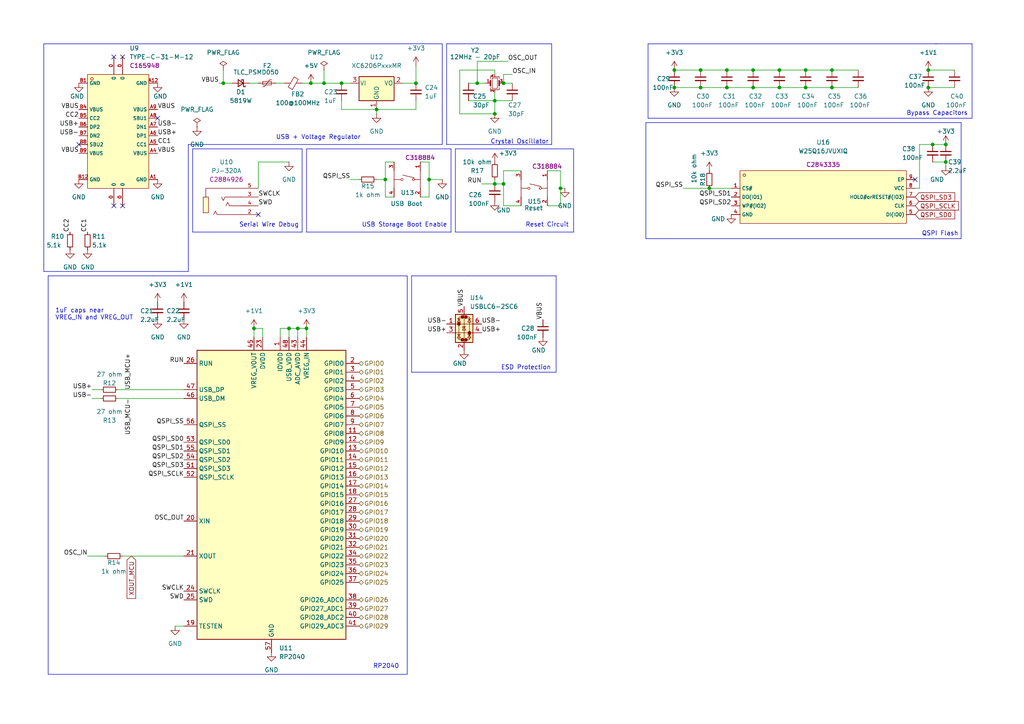
<source format=kicad_sch>
(kicad_sch (version 20231120) (generator "eeschema") (generator_version "8.0")
  (paper "A4")
  (lib_symbols
    (symbol "Device:C_Small" (pin_numbers hide) (pin_names (offset 0.254) hide)
      (property "Reference" "C" (at 0.254 1.778 0))
      (property "Value" "C_Small" (at 0.254 -2.032 0))
      (symbol "C_Small_1_1"
        (pin passive line (at 0 2.54 270) (length 2.032) (name "~") (number "1"))
        (pin passive line (at 0 -2.54 90) (length 2.032) (name "~") (number "2"))
      )
    )
    (symbol "Device:Crystal_GND24_Small" (pin_names (offset 1.016) hide)
      (property "Reference" "Y" (at 1.27 4.445 0))
      (property "Value" "Crystal_GND24_Small" (at 1.27 2.54 0))
      (symbol "Crystal_GND24_Small_1_1"
        (pin passive line (at -2.54 0 0) (length 1.27) (name "1") (number "1"))
        (pin passive line (at 0 -2.54 90) (length 0.635) (name "2") (number "2"))
        (pin passive line (at 2.54 0 180) (length 1.27) (name "3") (number "3"))
        (pin passive line (at 0 2.54 270) (length 0.635) (name "4") (number "4"))
      )
    )
    (symbol "Device:D_Schottky_Small" (pin_numbers hide) (pin_names (offset 0.254) hide)
      (property "Reference" "D" (at -1.27 2.032 0))
      (property "Value" "D_Schottky_Small" (at -7.112 -2.032 0))
      (symbol "D_Schottky_Small_1_1"
        (pin passive line (at -2.54 0 0) (length 1.778) (name "K") (number "1"))
        (pin passive line (at 2.54 0 180) (length 1.778) (name "A") (number "2"))
      )
    )
    (symbol "Device:FerriteBead_Small" (pin_numbers hide) (pin_names (offset 0))
      (property "Reference" "FB" (at 1.905 1.27 0))
      (property "Value" "FerriteBead_Small" (at 1.905 -1.27 0))
      (symbol "FerriteBead_Small_1_1"
        (pin passive line (at 0 2.54 270) (length 1.27) (name "~") (number "1"))
        (pin passive line (at 0 -2.54 90) (length 1.27) (name "~") (number "2"))
      )
    )
    (symbol "Device:Polyfuse_Small" (pin_numbers hide) (pin_names (offset 0))
      (property "Reference" "F" (at -1.905 0 90))
      (property "Value" "Polyfuse_Small" (at 1.905 0 90))
      (symbol "Polyfuse_Small_1_1"
        (pin passive line (at 0 2.54 270) (length 0.635) (name "~") (number "1"))
        (pin passive line (at 0 -2.54 90) (length 0.635) (name "~") (number "2"))
      )
    )
    (symbol "Device:R_Small" (pin_numbers hide) (pin_names (offset 0.254) hide)
      (property "Reference" "R" (at 0.762 0.508 0))
      (property "Value" "R_Small" (at 0.762 -1.016 0))
      (symbol "R_Small_1_1"
        (pin passive line (at 0 2.54 270) (length 0.762) (name "~") (number "1"))
        (pin passive line (at 0 -2.54 90) (length 0.762) (name "~") (number "2"))
      )
    )
    (symbol "MCU_RaspberryPi:RP2040"
      (property "Reference" "U" (at 17.78 45.72 0))
      (property "Value" "RP2040" (at 17.78 43.18 0))
      (symbol "RP2040_1_1"
        (pin power_in line (at 2.54 45.72 270) (length 3.81) (name "IOVDD") (number "1"))
        (pin passive line (at 2.54 45.72 270) (length 3.81) hide (name "IOVDD") (number "10"))
        (pin bidirectional line (at 25.4 17.78 180) (length 3.81) (name "GPIO8") (number "11"))
        (pin bidirectional line (at 25.4 15.24 180) (length 3.81) (name "GPIO9") (number "12"))
        (pin bidirectional line (at 25.4 12.7 180) (length 3.81) (name "GPIO10") (number "13"))
        (pin bidirectional line (at 25.4 10.16 180) (length 3.81) (name "GPIO11") (number "14"))
        (pin bidirectional line (at 25.4 7.62 180) (length 3.81) (name "GPIO12") (number "15"))
        (pin bidirectional line (at 25.4 5.08 180) (length 3.81) (name "GPIO13") (number "16"))
        (pin bidirectional line (at 25.4 2.54 180) (length 3.81) (name "GPIO14") (number "17"))
        (pin bidirectional line (at 25.4 0 180) (length 3.81) (name "GPIO15") (number "18"))
        (pin input line (at -25.4 -38.1 0) (length 3.81) (name "TESTEN") (number "19"))
        (pin bidirectional line (at 25.4 38.1 180) (length 3.81) (name "GPIO0") (number "2"))
        (pin input line (at -25.4 -7.62 0) (length 3.81) (name "XIN") (number "20"))
        (pin passive line (at -25.4 -17.78 0) (length 3.81) (name "XOUT") (number "21"))
        (pin passive line (at 2.54 45.72 270) (length 3.81) hide (name "IOVDD") (number "22"))
        (pin power_in line (at -2.54 45.72 270) (length 3.81) (name "DVDD") (number "23"))
        (pin input line (at -25.4 -27.94 0) (length 3.81) (name "SWCLK") (number "24"))
        (pin bidirectional line (at -25.4 -30.48 0) (length 3.81) (name "SWD") (number "25"))
        (pin input line (at -25.4 38.1 0) (length 3.81) (name "RUN") (number "26"))
        (pin bidirectional line (at 25.4 -2.54 180) (length 3.81) (name "GPIO16") (number "27"))
        (pin bidirectional line (at 25.4 -5.08 180) (length 3.81) (name "GPIO17") (number "28"))
        (pin bidirectional line (at 25.4 -7.62 180) (length 3.81) (name "GPIO18") (number "29"))
        (pin bidirectional line (at 25.4 35.56 180) (length 3.81) (name "GPIO1") (number "3"))
        (pin bidirectional line (at 25.4 -10.16 180) (length 3.81) (name "GPIO19") (number "30"))
        (pin bidirectional line (at 25.4 -12.7 180) (length 3.81) (name "GPIO20") (number "31"))
        (pin bidirectional line (at 25.4 -15.24 180) (length 3.81) (name "GPIO21") (number "32"))
        (pin passive line (at 2.54 45.72 270) (length 3.81) hide (name "IOVDD") (number "33"))
        (pin bidirectional line (at 25.4 -17.78 180) (length 3.81) (name "GPIO22") (number "34"))
        (pin bidirectional line (at 25.4 -20.32 180) (length 3.81) (name "GPIO23") (number "35"))
        (pin bidirectional line (at 25.4 -22.86 180) (length 3.81) (name "GPIO24") (number "36"))
        (pin bidirectional line (at 25.4 -25.4 180) (length 3.81) (name "GPIO25") (number "37"))
        (pin bidirectional line (at 25.4 -30.48 180) (length 3.81) (name "GPIO26_ADC0") (number "38"))
        (pin bidirectional line (at 25.4 -33.02 180) (length 3.81) (name "GPIO27_ADC1") (number "39"))
        (pin bidirectional line (at 25.4 33.02 180) (length 3.81) (name "GPIO2") (number "4"))
        (pin bidirectional line (at 25.4 -35.56 180) (length 3.81) (name "GPIO28_ADC2") (number "40"))
        (pin bidirectional line (at 25.4 -38.1 180) (length 3.81) (name "GPIO29_ADC3") (number "41"))
        (pin passive line (at 2.54 45.72 270) (length 3.81) hide (name "IOVDD") (number "42"))
        (pin power_in line (at 7.62 45.72 270) (length 3.81) (name "ADC_AVDD") (number "43"))
        (pin power_in line (at 10.16 45.72 270) (length 3.81) (name "VREG_IN") (number "44"))
        (pin power_out line (at -5.08 45.72 270) (length 3.81) (name "VREG_VOUT") (number "45"))
        (pin bidirectional line (at -25.4 27.94 0) (length 3.81) (name "USB_DM") (number "46"))
        (pin bidirectional line (at -25.4 30.48 0) (length 3.81) (name "USB_DP") (number "47"))
        (pin power_in line (at 5.08 45.72 270) (length 3.81) (name "USB_VDD") (number "48"))
        (pin passive line (at 2.54 45.72 270) (length 3.81) hide (name "IOVDD") (number "49"))
        (pin bidirectional line (at 25.4 30.48 180) (length 3.81) (name "GPIO3") (number "5"))
        (pin passive line (at -2.54 45.72 270) (length 3.81) hide (name "DVDD") (number "50"))
        (pin bidirectional line (at -25.4 7.62 0) (length 3.81) (name "QSPI_SD3") (number "51"))
        (pin output line (at -25.4 5.08 0) (length 3.81) (name "QSPI_SCLK") (number "52"))
        (pin bidirectional line (at -25.4 15.24 0) (length 3.81) (name "QSPI_SD0") (number "53"))
        (pin bidirectional line (at -25.4 10.16 0) (length 3.81) (name "QSPI_SD2") (number "54"))
        (pin bidirectional line (at -25.4 12.7 0) (length 3.81) (name "QSPI_SD1") (number "55"))
        (pin bidirectional line (at -25.4 20.32 0) (length 3.81) (name "QSPI_SS") (number "56"))
        (pin power_in line (at 0 -45.72 90) (length 3.81) (name "GND") (number "57"))
        (pin bidirectional line (at 25.4 27.94 180) (length 3.81) (name "GPIO4") (number "6"))
        (pin bidirectional line (at 25.4 25.4 180) (length 3.81) (name "GPIO5") (number "7"))
        (pin bidirectional line (at 25.4 22.86 180) (length 3.81) (name "GPIO6") (number "8"))
        (pin bidirectional line (at 25.4 20.32 180) (length 3.81) (name "GPIO7") (number "9"))
      )
    )
    (symbol "Power_Protection:USBLC6-2SC6" (pin_names hide)
      (property "Reference" "U" (at 0.635 5.715 0))
      (property "Value" "USBLC6-2SC6" (at 0.635 3.81 0))
      (symbol "USBLC6-2SC6_1_1"
        (pin passive line (at -5.08 0 0) (length 2.54) (name "I/O1") (number "1"))
        (pin passive line (at 0 -7.62 90) (length 2.54) (name "GND") (number "2"))
        (pin passive line (at -5.08 -2.54 0) (length 2.54) (name "I/O2") (number "3"))
        (pin passive line (at 5.08 -2.54 180) (length 2.54) (name "I/O2") (number "4"))
        (pin passive line (at 0 5.08 270) (length 2.54) (name "VBUS") (number "5"))
        (pin passive line (at 5.08 0 180) (length 2.54) (name "I/O1") (number "6"))
      )
    )
    (symbol "Regulator_Linear:XC6206PxxxMR" (pin_names (offset 0.254))
      (property "Reference" "U" (at -3.81 3.175 0))
      (property "Value" "XC6206PxxxMR" (at 0 3.175 0))
      (symbol "XC6206PxxxMR_1_1"
        (pin power_in line (at 0 -7.62 90) (length 2.54) (name "GND") (number "1"))
        (pin power_out line (at 7.62 0 180) (length 2.54) (name "VO") (number "2"))
        (pin power_in line (at -7.62 0 0) (length 2.54) (name "VI") (number "3"))
      )
    )
    (symbol "power:+1V1" (power) (pin_numbers hide) (pin_names (offset 0) hide)
      (property "Value" "+1V1" (at 0 3.556 0))
      (symbol "+1V1_1_1"
        (pin power_in line (at 0 0 90) (length 0) (name "~") (number "1"))
      )
    )
    (symbol "power:+3.3V" (power) (pin_numbers hide) (pin_names (offset 0) hide)
      (property "Value" "+3.3V" (at 0 3.556 0))
      (symbol "+3.3V_1_1"
        (pin power_in line (at 0 0 90) (length 0) (name "~") (number "1"))
      )
    )
    (symbol "power:+5V" (power) (pin_numbers hide) (pin_names (offset 0) hide)
      (property "Value" "+5V" (at 0 3.556 0))
      (symbol "+5V_1_1"
        (pin power_in line (at 0 0 90) (length 0) (name "~") (number "1"))
      )
    )
    (symbol "power:GND" (power) (pin_numbers hide) (pin_names (offset 0) hide)
      (property "Value" "GND" (at 0 -3.81 0))
      (symbol "GND_1_1"
        (pin power_in line (at 0 0 270) (length 0) (name "~") (number "1"))
      )
    )
    (symbol "power:PWR_FLAG" (power) (pin_numbers hide) (pin_names (offset 0) hide)
      (property "Value" "PWR_FLAG" (at 0 3.81 0))
      (symbol "PWR_FLAG_0_0"
        (pin power_out line (at 0 0 90) (length 0) (name "~") (number "1"))
      )
    )
    (symbol "simple-usb-c:TYPE-C-31-M-12"
      (property "Reference" "U" (at 0 1.27 0))
      (property "Value" "TYPE-C-31-M-12" (at 0 -2.54 0))
      (property "LCSC" "C165948" (at 0 0 0))
      (symbol "TYPE-C-31-M-12_0_0"
        (pin unspecified line (at 0 -35.56 90) (length 5.08) (name "0") (number "0"))
        (pin unspecified line (at 0 7.62 270) (length 5.08) (name "0") (number "0"))
        (pin unspecified line (at 2.54 -35.56 90) (length 5.08) (name "0") (number "0"))
        (pin unspecified line (at 2.54 7.62 270) (length 5.08) (name "0") (number "0"))
        (pin unspecified line (at 12.7 -17.78 180) (length 2.54) (name "CC1") (number "A5"))
        (pin unspecified line (at 12.7 -15.24 180) (length 2.54) (name "DP1") (number "A6"))
        (pin unspecified line (at 12.7 -12.7 180) (length 2.54) (name "DN1") (number "A7"))
        (pin unspecified line (at 12.7 -10.16 180) (length 2.54) (name "SBU1") (number "A8"))
        (pin unspecified line (at -10.16 -10.16 0) (length 2.54) (name "CC2") (number "B5"))
        (pin unspecified line (at -10.16 -12.7 0) (length 2.54) (name "DP2") (number "B6"))
        (pin unspecified line (at -10.16 -15.24 0) (length 2.54) (name "DN2") (number "B7"))
        (pin unspecified line (at -10.16 -17.78 0) (length 2.54) (name "SBU2") (number "B8"))
      )
      (symbol "TYPE-C-31-M-12_1_0"
        (pin power_in line (at 12.7 -27.94 180) (length 2.54) (name "GND") (number "A1"))
        (pin power_in line (at 12.7 0 180) (length 2.54) (name "GND") (number "A12"))
        (pin power_in line (at 12.7 -20.32 180) (length 2.54) (name "VBUS") (number "A4"))
        (pin power_in line (at 12.7 -7.62 180) (length 2.54) (name "VBUS") (number "A9"))
        (pin power_in line (at -10.16 0 0) (length 2.54) (name "GND") (number "B1"))
        (pin power_in line (at -10.16 -27.94 0) (length 2.54) (name "GND") (number "B12"))
        (pin power_in line (at -10.16 -7.62 0) (length 2.54) (name "VBUS") (number "B4"))
        (pin power_in line (at -10.16 -20.32 0) (length 2.54) (name "VBUS") (number "B9"))
      )
    )
    (symbol "tactile-switch:TS-1187A-B-A-B" (pin_names hide)
      (property "Reference" "U" (at 0 1.27 0))
      (property "Value" "TS-1187A-B-A-B" (at 0 -2.54 0))
      (property "LCSC" "C318884" (at 0 0 0))
      (symbol "TS-1187A-B-A-B_0_0"
        (pin unspecified line (at -5.08 -10.16 0) (length 2.54) (name "A") (number "1"))
        (pin unspecified line (at 5.08 -10.16 180) (length 2.54) (name "B") (number "2"))
        (pin unspecified line (at -5.08 -17.78 0) (length 2.54) (name "C") (number "3"))
        (pin unspecified line (at 5.08 -17.78 180) (length 2.54) (name "D") (number "4"))
      )
    )
    (symbol "trrs-connector-pj320a:PJ-320A" (pin_names hide)
      (property "Reference" "U" (at 0 1.27 0))
      (property "Value" "PJ-320A" (at 0 -2.54 0))
      (property "LCSC" "C2884926" (at 0 0 0))
      (symbol "PJ-320A_0_0"
        (pin unspecified line (at 2.54 -17.78 180) (length 5.08) (name "2") (number "2"))
        (pin unspecified line (at 2.54 -12.7 180) (length 5.08) (name "3") (number "3"))
        (pin unspecified line (at 2.54 -15.24 180) (length 5.08) (name "4") (number "4"))
        (pin unspecified line (at 2.54 -10.16 180) (length 5.08) (name "5") (number "5"))
      )
    )
    (symbol "w25q16jvuxiq:W25Q16JVUXIQ"
      (property "Reference" "U" (at 0 1.27 0))
      (property "Value" "W25Q16JVUXIQ" (at 0 -2.54 0))
      (property "LCSC Part #" "C2843335" (at 0 0 0))
      (symbol "W25Q16JVUXIQ_0_0"
        (pin unspecified line (at -26.67 -8.89 0) (length 2.54) (name "CS#") (number "1"))
        (pin unspecified line (at -26.67 -11.43 0) (length 2.54) (name "DO(IO1)") (number "2"))
        (pin unspecified line (at -26.67 -13.97 0) (length 2.54) (name "WP#(IO2)") (number "3"))
        (pin unspecified line (at -26.67 -16.51 0) (length 2.54) (name "GND") (number "4"))
        (pin unspecified line (at 26.67 -16.51 180) (length 2.54) (name "DI(IO0)") (number "5"))
        (pin unspecified line (at 26.67 -13.97 180) (length 2.54) (name "CLK") (number "6"))
        (pin unspecified line (at 26.67 -11.43 180) (length 2.54) (name "HOLD#orRESET#(IO3)") (number "7"))
        (pin unspecified line (at 26.67 -8.89 180) (length 2.54) (name "VCC") (number "8"))
        (pin unspecified line (at 26.67 -6.35 180) (length 2.54) (name "EP") (number "9"))
      )
    )
  )
  (junction (at 210.82 20.32))
  (junction (at 93.98 24.13))
  (junction (at 146.05 53.34))
  (junction (at 203.2 20.32))
  (junction (at 195.58 20.32))
  (junction (at 143.51 29.21))
  (junction (at 64.77 24.13))
  (junction (at 109.22 31.75))
  (junction (at 90.17 24.13))
  (junction (at 120.65 24.13))
  (junction (at 143.51 33.02))
  (junction (at 226.06 25.4))
  (junction (at 143.51 53.34))
  (junction (at 73.66 95.25))
  (junction (at 233.68 20.32))
  (junction (at 162.56 54.61))
  (junction (at 88.9 95.25))
  (junction (at 218.44 25.4))
  (junction (at 83.82 95.25))
  (junction (at 241.3 20.32))
  (junction (at 226.06 20.32))
  (junction (at 99.06 24.13))
  (junction (at 111.76 52.07))
  (junction (at 269.24 25.4))
  (junction (at 138.43 24.13))
  (junction (at 205.74 54.61))
  (junction (at 233.68 25.4))
  (junction (at 241.3 25.4))
  (junction (at 269.24 20.32))
  (junction (at 195.58 25.4))
  (junction (at 146.05 24.13))
  (junction (at 274.32 46.99))
  (junction (at 218.44 20.32))
  (junction (at 124.46 52.07))
  (junction (at 210.82 25.4))
  (junction (at 86.36 95.25))
  (junction (at 274.32 41.91))
  (junction (at 203.2 25.4))
  (junction (at 270.51 41.91))
  (no_connect (at 74.93 62.23))
  (no_connect (at 22.86 41.91))
  (no_connect (at 35.56 16.51))
  (no_connect (at 265.43 52.07))
  (no_connect (at 33.02 59.69))
  (no_connect (at 33.02 16.51))
  (no_connect (at 45.72 34.29))
  (no_connect (at 35.56 59.69))
  (wire (pts (xy 111.76 52.07) (xy 111.76 57.15)))
  (wire (pts (xy 133.35 33.02) (xy 143.51 33.02)))
  (polyline (pts (xy 187.325 69.215) (xy 187.325 35.56)))
  (polyline (pts (xy 129.54 12.7) (xy 129.54 41.91)))
  (wire (pts (xy 133.35 20.32) (xy 133.35 33.02)))
  (wire (pts (xy 34.29 113.03) (xy 53.34 113.03)))
  (wire (pts (xy 138.43 17.78) (xy 147.32 17.78)))
  (wire (pts (xy 143.51 20.32) (xy 143.51 21.59)))
  (wire (pts (xy 146.05 24.13) (xy 148.59 24.13)))
  (wire (pts (xy 124.46 57.15) (xy 124.46 52.07)))
  (wire (pts (xy 26.67 115.57) (xy 29.21 115.57)))
  (wire (pts (xy 124.46 52.07) (xy 128.27 52.07)))
  (wire (pts (xy 109.22 31.75) (xy 120.65 31.75)))
  (wire (pts (xy 111.76 46.99) (xy 114.3 46.99)))
  (wire (pts (xy 143.51 29.21) (xy 148.59 29.21)))
  (wire (pts (xy 25.4 161.29) (xy 30.48 161.29)))
  (polyline (pts (xy 54.61 78.74) (xy 12.7 78.74)))
  (wire (pts (xy 270.51 46.99) (xy 274.32 46.99)))
  (polyline (pts (xy 161.29 107.95) (xy 119.38 107.95)))
  (polyline (pts (xy 130.81 67.31) (xy 88.9 67.31)))
  (wire (pts (xy 116.84 24.13) (xy 120.65 24.13)))
  (wire (pts (xy 74.93 46.99) (xy 74.93 54.61)))
  (wire (pts (xy 146.05 49.53) (xy 151.13 49.53)))
  (wire (pts (xy 86.36 95.25) (xy 88.9 95.25)))
  (polyline (pts (xy 195.58 12.7) (xy 271.78 12.7)))
  (polyline (pts (xy 132.08 43.18) (xy 166.37 43.18)))
  (wire (pts (xy 135.89 29.21) (xy 143.51 29.21)))
  (wire (pts (xy 80.01 24.13) (xy 82.55 24.13)))
  (polyline (pts (xy 87.63 67.31) (xy 55.88 67.31)))
  (polyline (pts (xy 87.63 43.18) (xy 87.63 67.31)))
  (wire (pts (xy 109.22 52.07) (xy 111.76 52.07)))
  (polyline (pts (xy 271.145 12.7) (xy 281.94 12.7)))
  (polyline (pts (xy 44.45 80.01) (xy 118.11 80.01)))
  (wire (pts (xy 233.68 25.4) (xy 241.3 25.4)))
  (wire (pts (xy 81.28 97.79) (xy 81.28 95.25)))
  (polyline (pts (xy 166.37 43.18) (xy 166.37 67.31)))
  (polyline (pts (xy 281.94 34.29) (xy 271.78 34.29)))
  (wire (pts (xy 241.3 25.4) (xy 248.92 25.4)))
  (wire (pts (xy 86.36 95.25) (xy 86.36 97.79)))
  (wire (pts (xy 218.44 25.4) (xy 226.06 25.4)))
  (wire (pts (xy 148.59 21.59) (xy 146.05 21.59)))
  (wire (pts (xy 143.51 52.07) (xy 143.51 53.34)))
  (polyline (pts (xy 187.96 12.7) (xy 195.58 12.7)))
  (polyline (pts (xy 160.02 41.91) (xy 129.54 41.91)))
  (wire (pts (xy 87.63 24.13) (xy 90.17 24.13)))
  (wire (pts (xy 120.65 29.21) (xy 120.65 31.75)))
  (wire (pts (xy 226.06 25.4) (xy 233.68 25.4)))
  (wire (pts (xy 233.68 20.32) (xy 241.3 20.32)))
  (wire (pts (xy 26.67 113.03) (xy 29.21 113.03)))
  (wire (pts (xy 146.05 59.69) (xy 151.13 59.69)))
  (wire (pts (xy 120.65 19.05) (xy 120.65 24.13)))
  (wire (pts (xy 72.39 24.13) (xy 74.93 24.13)))
  (polyline (pts (xy 198.755 35.56) (xy 278.765 35.56)))
  (polyline (pts (xy 271.78 34.29) (xy 187.96 34.29)))
  (wire (pts (xy 146.05 21.59) (xy 146.05 24.13)))
  (wire (pts (xy 198.12 54.61) (xy 205.74 54.61)))
  (polyline (pts (xy 119.38 80.01) (xy 135.89 80.01)))
  (wire (pts (xy 158.75 49.53) (xy 162.56 49.53)))
  (polyline (pts (xy 128.27 12.7) (xy 128.27 41.91)))
  (wire (pts (xy 83.82 46.99) (xy 74.93 46.99)))
  (wire (pts (xy 121.92 46.99) (xy 124.46 46.99)))
  (polyline (pts (xy 160.02 12.7) (xy 160.02 41.91)))
  (wire (pts (xy 83.82 95.25) (xy 83.82 97.79)))
  (wire (pts (xy 195.58 20.32) (xy 203.2 20.32)))
  (wire (pts (xy 135.89 24.13) (xy 138.43 24.13)))
  (polyline (pts (xy 135.89 80.01) (xy 161.29 80.01)))
  (wire (pts (xy 93.98 24.13) (xy 99.06 24.13)))
  (wire (pts (xy 266.7 54.61) (xy 266.7 41.91)))
  (wire (pts (xy 210.82 25.4) (xy 218.44 25.4)))
  (polyline (pts (xy 88.9 43.18) (xy 130.81 43.18)))
  (wire (pts (xy 63.5 24.13) (xy 64.77 24.13)))
  (wire (pts (xy 93.98 20.32) (xy 93.98 24.13)))
  (polyline (pts (xy 187.325 35.56) (xy 198.755 35.56)))
  (wire (pts (xy 99.06 29.21) (xy 99.06 31.75)))
  (wire (pts (xy 90.17 24.13) (xy 93.98 24.13)))
  (wire (pts (xy 124.46 46.99) (xy 124.46 52.07)))
  (polyline (pts (xy 88.9 43.18) (xy 88.9 67.31)))
  (wire (pts (xy 162.56 54.61) (xy 162.56 59.69)))
  (polyline (pts (xy 13.97 195.58) (xy 13.97 80.01)))
  (wire (pts (xy 143.51 20.32) (xy 133.35 20.32)))
  (wire (pts (xy 101.6 52.07) (xy 104.14 52.07)))
  (wire (pts (xy 265.43 54.61) (xy 266.7 54.61)))
  (wire (pts (xy 139.7 53.34) (xy 143.51 53.34)))
  (wire (pts (xy 99.06 24.13) (xy 101.6 24.13)))
  (wire (pts (xy 99.06 31.75) (xy 109.22 31.75)))
  (wire (pts (xy 203.2 20.32) (xy 210.82 20.32)))
  (wire (pts (xy 146.05 53.34) (xy 146.05 49.53)))
  (wire (pts (xy 269.24 25.4) (xy 276.86 25.4)))
  (wire (pts (xy 88.9 95.25) (xy 88.9 97.79)))
  (polyline (pts (xy 55.88 43.18) (xy 87.63 43.18)))
  (polyline (pts (xy 187.96 34.29) (xy 187.96 12.7)))
  (wire (pts (xy 81.28 95.25) (xy 83.82 95.25)))
  (polyline (pts (xy 278.765 69.215) (xy 187.325 69.215)))
  (polyline (pts (xy 118.11 80.01) (xy 118.11 195.58)))
  (wire (pts (xy 138.43 24.13) (xy 140.97 24.13)))
  (polyline (pts (xy 13.97 80.01) (xy 44.45 80.01)))
  (wire (pts (xy 162.56 49.53) (xy 162.56 54.61)))
  (polyline (pts (xy 281.94 12.7) (xy 281.94 34.29)))
  (polyline (pts (xy 278.765 35.56) (xy 278.765 69.215)))
  (wire (pts (xy 274.32 46.99) (xy 274.32 48.26)))
  (wire (pts (xy 50.8 181.61) (xy 53.34 181.61)))
  (wire (pts (xy 241.3 20.32) (xy 248.92 20.32)))
  (wire (pts (xy 195.58 25.4) (xy 203.2 25.4)))
  (polyline (pts (xy 166.37 67.31) (xy 132.08 67.31)))
  (wire (pts (xy 210.82 20.32) (xy 218.44 20.32)))
  (wire (pts (xy 143.51 53.34) (xy 146.05 53.34)))
  (wire (pts (xy 218.44 20.32) (xy 226.06 20.32)))
  (wire (pts (xy 111.76 52.07) (xy 111.76 46.99)))
  (wire (pts (xy 143.51 26.67) (xy 143.51 29.21)))
  (wire (pts (xy 266.7 41.91) (xy 270.51 41.91)))
  (polyline (pts (xy 132.08 43.18) (xy 132.08 67.31)))
  (wire (pts (xy 73.66 95.25) (xy 76.2 95.25)))
  (wire (pts (xy 203.2 25.4) (xy 210.82 25.4)))
  (wire (pts (xy 269.24 20.32) (xy 276.86 20.32)))
  (wire (pts (xy 158.75 59.69) (xy 162.56 59.69)))
  (polyline (pts (xy 55.88 43.18) (xy 55.88 67.31)))
  (wire (pts (xy 138.43 17.78) (xy 138.43 24.13)))
  (wire (pts (xy 64.77 20.32) (xy 64.77 24.13)))
  (wire (pts (xy 83.82 95.25) (xy 86.36 95.25)))
  (polyline (pts (xy 161.29 80.01) (xy 161.29 107.95)))
  (wire (pts (xy 76.2 97.79) (xy 76.2 95.25)))
  (wire (pts (xy 109.22 31.75) (xy 109.22 33.02)))
  (polyline (pts (xy 12.7 12.7) (xy 128.27 12.7)))
  (wire (pts (xy 121.92 57.15) (xy 124.46 57.15)))
  (wire (pts (xy 226.06 20.32) (xy 233.68 20.32)))
  (polyline (pts (xy 12.7 12.7) (xy 12.7 78.74)))
  (polyline (pts (xy 119.38 107.95) (xy 119.38 80.01)))
  (wire (pts (xy 111.76 57.15) (xy 114.3 57.15)))
  (wire (pts (xy 143.51 29.21) (xy 143.51 33.02)))
  (wire (pts (xy 162.56 54.61) (xy 163.83 54.61)))
  (wire (pts (xy 146.05 53.34) (xy 146.05 59.69)))
  (polyline (pts (xy 118.11 195.58) (xy 13.97 195.58)))
  (polyline (pts (xy 129.54 12.7) (xy 160.02 12.7)))
  (wire (pts (xy 34.29 115.57) (xy 53.34 115.57)))
  (polyline (pts (xy 54.61 41.91) (xy 54.61 78.74)))
  (wire (pts (xy 270.51 41.91) (xy 274.32 41.91)))
  (polyline (pts (xy 128.27 41.91) (xy 54.61 41.91)))
  (wire (pts (xy 35.56 161.29) (xy 53.34 161.29)))
  (wire (pts (xy 205.74 54.61) (xy 212.09 54.61)))
  (wire (pts (xy 64.77 24.13) (xy 67.31 24.13)))
  (wire (pts (xy 73.66 95.25) (xy 73.66 97.79)))
  (polyline (pts (xy 130.81 43.18) (xy 130.81 67.31)))
  (text "Bypass Capacitors" (at 262.89 33.655 0) (effects (font (size 1.27 1.27)) (justify left bottom)))
  (text "ESD Protection" (at 145.288 107.442 0) (effects (font (size 1.27 1.27)) (justify left bottom)))
  (text "Serial Wire Debug" (at 69.342 66.04 0) (effects (font (size 1.27 1.27)) (justify left bottom)))
  (text "Crystal Oscillator" (at 142.24 41.91 0) (effects (font (size 1.27 1.27)) (justify left bottom)))
  (text "RP2040" (at 108.204 194.056 0) (effects (font (size 1.27 1.27)) (justify left bottom)))
  (text "1uF caps near\nVREG_IN and VREG_OUT" (at 16.002 92.964 0) (effects (font (size 1.27 1.27)) (justify left bottom)))
  (text "USB + Voltage Regulator" (at 80.01 40.64 0) (effects (font (size 1.27 1.27)) (justify left bottom)))
  (text "Reset Circuit" (at 152.4 66.04 0) (effects (font (size 1.27 1.27)) (justify left bottom)))
  (text "USB Storage Boot Enable" (at 104.902 66.04 0) (effects (font (size 1.27 1.27)) (justify left bottom)))
  (text "QSPI Flash" (at 267.335 68.58 0) (effects (font (size 1.27 1.27)) (justify left bottom)))
  (label "QSPI_SS" (at 101.6 52.07 180))
  (label "QSPI_SD1" (at 53.34 130.81 180))
  (label "QSPI_SD1" (at 212.09 57.15 180))
  (label "OSC_IN" (at 25.4 161.29 180))
  (label "USB-" (at 129.54 93.98 180))
  (label "USB+" (at 139.7 96.52 0))
  (label "QSPI_SD2" (at 53.34 133.35 180))
  (label "OSC_OUT" (at 147.32 17.78 0))
  (label "SWD" (at 53.34 173.99 180))
  (label "SWD" (at 74.93 59.69 0))
  (label "VBUS" (at 22.86 44.45 180))
  (label "USB-" (at 45.72 36.83 0))
  (label "RUN" (at 53.34 105.41 180))
  (label "USB+" (at 26.67 113.03 180))
  (label "VBUS" (at 157.48 92.71 90))
  (label "USB_MCU+" (at 38.1 113.03 90))
  (label "SWCLK" (at 53.34 171.45 180))
  (label "SWCLK" (at 74.93 57.15 0))
  (label "USB_MCU-" (at 38.1 115.57 270))
  (label "QSPI_SD0" (at 53.34 128.27 180))
  (label "VBUS" (at 45.72 44.45 0))
  (label "CC2" (at 20.32 67.31 90))
  (label "QSPI_SD3" (at 53.34 135.89 180))
  (label "USB+" (at 45.72 39.37 0))
  (label "USB-" (at 139.7 93.98 0))
  (label "CC2" (at 22.86 34.29 180))
  (label "RUN" (at 139.7 53.34 180))
  (label "OSC_IN" (at 148.59 21.59 0))
  (label "VBUS" (at 134.62 88.9 90))
  (label "USB-" (at 22.86 39.37 180))
  (label "QSPI_SS" (at 198.12 54.61 180))
  (label "QSPI_SD2" (at 212.09 59.69 180))
  (label "USB+" (at 129.54 96.52 180))
  (label "OSC_OUT" (at 53.34 151.13 180))
  (label "VBUS" (at 45.72 31.75 0))
  (label "VBUS" (at 22.86 31.75 180))
  (label "QSPI_SS" (at 53.34 123.19 180))
  (label "VBUS" (at 63.5 24.13 180))
  (label "CC1" (at 25.4 67.31 90))
  (label "USB+" (at 22.86 36.83 180))
  (label "CC1" (at 45.72 41.91 0))
  (label "USB-" (at 26.67 115.57 180))
  (label "QSPI_SCLK" (at 53.34 138.43 180))
  (global_label "QSPI_SD3" (shape input) (at 265.43 57.15 0) (property "Intersheetrefs" "${INTERSHEET_REFS}" (effects (hide yes))))
  (global_label "QSPI_SCLK" (shape input) (at 265.43 59.69 0) (property "Intersheetrefs" "${INTERSHEET_REFS}" (effects (hide yes))))
  (global_label "QSPI_SD0" (shape input) (at 265.43 62.23 0) (property "Intersheetrefs" "${INTERSHEET_REFS}" (effects (hide yes))))
  (global_label "XOUT_MCU" (shape input) (at 38.1 161.29 270) (property "Intersheetrefs" "${INTERSHEET_REFS}" (effects (hide yes))))
  (hierarchical_label "GPIO28" (shape bidirectional) (at 104.14 179.07 0))
  (hierarchical_label "GPIO1" (shape bidirectional) (at 104.14 107.95 0))
  (hierarchical_label "GPIO23" (shape bidirectional) (at 104.14 163.83 0))
  (hierarchical_label "GPIO3" (shape bidirectional) (at 104.14 113.03 0))
  (hierarchical_label "GPIO25" (shape bidirectional) (at 104.14 168.91 0))
  (hierarchical_label "GPIO21" (shape bidirectional) (at 104.14 158.75 0))
  (hierarchical_label "GPIO6" (shape bidirectional) (at 104.14 120.65 0))
  (hierarchical_label "GPIO13" (shape bidirectional) (at 104.14 138.43 0))
  (hierarchical_label "GPIO24" (shape bidirectional) (at 104.14 166.37 0))
  (hierarchical_label "GPIO18" (shape bidirectional) (at 104.14 151.13 0))
  (hierarchical_label "GPIO2" (shape bidirectional) (at 104.14 110.49 0))
  (hierarchical_label "GPIO17" (shape bidirectional) (at 104.14 148.59 0))
  (hierarchical_label "GPIO0" (shape bidirectional) (at 104.14 105.41 0))
  (hierarchical_label "GPIO16" (shape bidirectional) (at 104.14 146.05 0))
  (hierarchical_label "GPIO27" (shape bidirectional) (at 104.14 176.53 0))
  (hierarchical_label "GPIO11" (shape bidirectional) (at 104.14 133.35 0))
  (hierarchical_label "GPIO8" (shape bidirectional) (at 104.14 125.73 0))
  (hierarchical_label "GPIO5" (shape bidirectional) (at 104.14 118.11 0))
  (hierarchical_label "GPIO9" (shape bidirectional) (at 104.14 128.27 0))
  (hierarchical_label "GPIO22" (shape bidirectional) (at 104.14 161.29 0))
  (hierarchical_label "GPIO4" (shape bidirectional) (at 104.14 115.57 0))
  (hierarchical_label "GPIO7" (shape bidirectional) (at 104.14 123.19 0))
  (hierarchical_label "GPIO29" (shape bidirectional) (at 104.14 181.61 0))
  (hierarchical_label "GPIO14" (shape bidirectional) (at 104.14 140.97 0))
  (hierarchical_label "GPIO26" (shape bidirectional) (at 104.14 173.99 0))
  (hierarchical_label "GPIO10" (shape bidirectional) (at 104.14 130.81 0))
  (hierarchical_label "GPIO12" (shape bidirectional) (at 104.14 135.89 0))
  (hierarchical_label "GPIO20" (shape bidirectional) (at 104.14 156.21 0))
  (hierarchical_label "GPIO19" (shape bidirectional) (at 104.14 153.67 0))
  (hierarchical_label "GPIO15" (shape bidirectional) (at 104.14 143.51 0))
  (symbol (lib_id "Regulator_Linear:XC6206PxxxMR") (at 109.22 24.13 0) (unit 1)
    (property "Reference" "U12" (at 109.22 16.51 0))
    (property "Value" "XC6206PxxxMR" (at 109.22 19.05 0))
    (property "Footprint" "Package_TO_SOT_SMD:SOT-23-3" (effects (hide yes)))
    (property "Datasheet" "https://www.torexsemi.com/file/xc6206/XC6206.pdf" (effects (hide yes)))
    (property "Description" "Positive 60-250mA Low Dropout Regulator, Fixed Output, SOT-23" (effects (hide yes)))
    (property "LCSC" "C5446" (effects (hide yes)))
  )
  (symbol (lib_id "Device:C_Small") (at 195.58 22.86 0) (unit 1)
    (property "Reference" "C29" (at 190.5 22.86 0) (effects (justify left)))
    (property "Value" "100nF" (at 189.23 25.4 0) (effects (justify left)))
    (property "Footprint" "Capacitor_SMD:C_0402_1005Metric" (effects (hide yes)))
    (property "LCSC" "C307331" (effects (hide yes)))
  )
  (symbol (lib_id "power:+3.3V") (at 120.65 19.05 0) (unit 1)
    (property "Reference" "#PWR052" (effects (hide yes)))
    (property "Value" "+3V3" (at 120.65 13.97 0))
    (property "Description" "Power symbol creates a global label with name \"+3.3V\"" (effects (hide yes)))
  )
  (symbol (lib_id "Device:D_Schottky_Small") (at 69.85 24.13 180) (unit 1)
    (property "Reference" "D1" (at 69.85 26.67 0))
    (property "Value" "5819W" (at 69.85 29.21 0))
    (property "Footprint" "Diode_SMD:D_SOD-123" (effects (hide yes)))
    (property "LCSC" "C8598" (effects (hide yes)))
  )
  (symbol (lib_id "Device:Polyfuse_Small") (at 77.47 24.13 90) (unit 1)
    (property "Reference" "F2" (at 77.47 19.05 90))
    (property "Value" "TLC_PSMD050" (at 74.295 20.955 90))
    (property "Footprint" "Fuse:Fuse_0805_2012Metric" (effects (hide yes)))
    (property "LCSC" "C261942" (effects (hide yes)))
  )
  (symbol (lib_id "power:GND") (at 45.72 52.07 0) (unit 1)
    (property "Reference" "#PWR040" (effects (hide yes)))
    (property "Value" "GND" (at 45.72 57.15 0))
    (property "Description" "Power symbol creates a global label with name \"GND\" , ground" (effects (hide yes)))
  )
  (symbol (lib_id "Device:C_Small") (at 274.32 44.45 0) (unit 1)
    (property "Reference" "C39" (at 274.955 46.99 0) (effects (justify left)))
    (property "Value" "2.2uF" (at 274.955 49.53 0) (effects (justify left)))
    (property "Footprint" "Capacitor_SMD:C_0603_1608Metric" (effects (hide yes)))
    (property "LCSC" "C23630" (effects (hide yes)))
  )
  (symbol (lib_id "Device:R_Small") (at 31.75 113.03 270) (unit 1)
    (property "Reference" "R12" (at 31.75 111.125 90))
    (property "Value" "27 ohm" (at 31.75 108.585 90))
    (property "Footprint" "Resistor_SMD:R_0603_1608Metric" (effects (hide yes)))
    (property "LCSC" "C25190" (effects (hide yes)))
  )
  (symbol (lib_id "Device:C_Small") (at 226.06 22.86 0) (unit 1)
    (property "Reference" "C33" (at 224.79 27.94 0) (effects (justify left)))
    (property "Value" "100nF" (at 223.52 30.48 0) (effects (justify left)))
    (property "Footprint" "Capacitor_SMD:C_0402_1005Metric" (effects (hide yes)))
    (property "LCSC" "C307331" (effects (hide yes)))
  )
  (symbol (lib_id "power:+3.3V") (at 274.32 41.91 0) (unit 1)
    (property "Reference" "#PWR067" (effects (hide yes)))
    (property "Value" "+3V3" (at 274.32 38.1 0))
    (property "Description" "Power symbol creates a global label with name \"+3.3V\"" (effects (hide yes)))
  )
  (symbol (lib_id "Device:FerriteBead_Small") (at 85.09 24.13 90) (unit 1)
    (property "Reference" "FB2" (at 86.36 27.305 90))
    (property "Value" "100@100MHz" (at 86.36 29.845 90))
    (property "Footprint" "Inductor_SMD:L_0805_2012Metric" (effects (hide yes)))
    (property "LCSC" "C1015" (effects (hide yes)))
  )
  (symbol (lib_id "Device:C_Small") (at 241.3 22.86 0) (unit 1)
    (property "Reference" "C35" (at 240.03 27.94 0) (effects (justify left)))
    (property "Value" "100nF" (at 238.76 30.48 0) (effects (justify left)))
    (property "Footprint" "Capacitor_SMD:C_0402_1005Metric" (effects (hide yes)))
    (property "LCSC" "C307331" (effects (hide yes)))
  )
  (symbol (lib_id "Device:C_Small") (at 210.82 22.86 0) (unit 1)
    (property "Reference" "C31" (at 209.55 27.94 0) (effects (justify left)))
    (property "Value" "100nF" (at 208.28 30.48 0) (effects (justify left)))
    (property "Footprint" "Capacitor_SMD:C_0402_1005Metric" (effects (hide yes)))
    (property "LCSC" "C307331" (effects (hide yes)))
  )
  (symbol (lib_id "Device:C_Small") (at 218.44 22.86 0) (unit 1)
    (property "Reference" "C32" (at 217.17 27.94 0) (effects (justify left)))
    (property "Value" "100nF" (at 215.9 30.48 0) (effects (justify left)))
    (property "Footprint" "Capacitor_SMD:C_0402_1005Metric" (effects (hide yes)))
    (property "LCSC" "C307331" (effects (hide yes)))
  )
  (symbol (lib_id "Device:R_Small") (at 143.51 49.53 180) (unit 1)
    (property "Reference" "R17" (at 138.43 49.53 0))
    (property "Value" "10k ohm" (at 138.43 46.99 0))
    (property "Footprint" "Resistor_SMD:R_0603_1608Metric" (effects (hide yes)))
    (property "LCSC" "C25804" (effects (hide yes)))
  )
  (symbol (lib_id "power:PWR_FLAG") (at 64.77 20.32 0) (unit 1)
    (property "Reference" "#FLG02" (effects (hide yes)))
    (property "Value" "PWR_FLAG" (at 64.77 15.24 0))
    (property "Description" "Special symbol for telling ERC where power comes from" (effects (hide yes)))
  )
  (symbol (lib_id "power:GND") (at 57.15 36.83 0) (unit 1)
    (property "Reference" "#PWR02" (effects (hide yes)))
    (property "Value" "GND" (at 57.15 41.91 0))
    (property "Description" "Power symbol creates a global label with name \"GND\" , ground" (effects (hide yes)))
  )
  (symbol (lib_id "power:GND") (at 45.72 92.71 0) (unit 1)
    (property "Reference" "#PWR042" (effects (hide yes)))
    (property "Value" "GND" (at 45.72 97.79 0))
    (property "Description" "Power symbol creates a global label with name \"GND\" , ground" (effects (hide yes)))
  )
  (symbol (lib_id "simple-usb-c:TYPE-C-31-M-12") (at 33.02 24.13 0) (unit 1)
    (property "Reference" "U9" (at 37.5684 13.97 0) (effects (justify left)))
    (property "Value" "TYPE-C-31-M-12" (at 37.5684 16.51 0) (effects (justify left)))
    (property "Footprint" "footprints:simple-usb-c" (effects (hide yes)))
    (property "Datasheet" "https://so.szlcsc.com/global.html?c=&k=C165948" (effects (hide yes)))
    (property "LCSC" "C165948" (at 37.5684 19.05 0) (effects (justify left)))
  )
  (symbol (lib_id "power:GND") (at 22.86 52.07 0) (unit 1)
    (property "Reference" "#PWR037" (effects (hide yes)))
    (property "Value" "GND" (at 22.86 57.15 0))
    (property "Description" "Power symbol creates a global label with name \"GND\" , ground" (effects (hide yes)))
  )
  (symbol (lib_id "power:GND") (at 143.51 58.42 0) (unit 1)
    (property "Reference" "#PWR057" (effects (hide yes)))
    (property "Value" "GND" (at 146.05 60.96 0))
    (property "Description" "Power symbol creates a global label with name \"GND\" , ground" (effects (hide yes)))
  )
  (symbol (lib_id "Device:C_Small") (at 270.51 44.45 0) (unit 1)
    (property "Reference" "C38" (at 261.62 43.18 0) (effects (justify left)))
    (property "Value" "100nF" (at 261.62 45.72 0) (effects (justify left)))
    (property "Footprint" "Capacitor_SMD:C_0402_1005Metric" (effects (hide yes)))
    (property "LCSC" "C307331" (effects (hide yes)))
  )
  (symbol (lib_id "Device:C_Small") (at 269.24 22.86 0) (unit 1)
    (property "Reference" "C37" (at 263.525 22.225 0) (effects (justify left)))
    (property "Value" "100nF" (at 262.255 24.765 0) (effects (justify left)))
    (property "Footprint" "Capacitor_SMD:C_0402_1005Metric" (effects (hide yes)))
    (property "LCSC" "C307331" (effects (hide yes)))
  )
  (symbol (lib_id "power:+5V") (at 90.17 24.13 0) (unit 1)
    (property "Reference" "#PWR050" (effects (hide yes)))
    (property "Value" "+5V" (at 90.17 19.05 0))
    (property "Description" "Power symbol creates a global label with name \"+5V\"" (effects (hide yes)))
  )
  (symbol (lib_id "MCU_RaspberryPi:RP2040") (at 78.74 143.51 0) (unit 1)
    (property "Reference" "U11" (at 80.9341 187.96 0) (effects (justify left)))
    (property "Value" "RP2040" (at 80.9341 190.5 0) (effects (justify left)))
    (property "Footprint" "Package_DFN_QFN:QFN-56-1EP_7x7mm_P0.4mm_EP3.2x3.2mm" (effects (hide yes)))
    (property "Datasheet" "https://datasheets.raspberrypi.com/rp2040/rp2040-datasheet.pdf" (effects (hide yes)))
    (property "Description" "A microcontroller by Raspberry Pi" (effects (hide yes)))
    (property "LCSC" "C2040" (effects (hide yes)))
  )
  (symbol (lib_id "power:+3.3V") (at 45.72 87.63 0) (unit 1)
    (property "Reference" "#PWR041" (effects (hide yes)))
    (property "Value" "+3V3" (at 45.72 82.55 0))
    (property "Description" "Power symbol creates a global label with name \"+3.3V\"" (effects (hide yes)))
  )
  (symbol (lib_id "Device:C_Small") (at 233.68 22.86 0) (unit 1)
    (property "Reference" "C34" (at 232.41 27.94 0) (effects (justify left)))
    (property "Value" "100nF" (at 231.14 30.48 0) (effects (justify left)))
    (property "Footprint" "Capacitor_SMD:C_0402_1005Metric" (effects (hide yes)))
    (property "LCSC" "C307331" (effects (hide yes)))
  )
  (symbol (lib_id "power:+1V1") (at 269.24 20.32 0) (unit 1)
    (property "Reference" "#PWR065" (effects (hide yes)))
    (property "Value" "+1V1" (at 269.24 15.24 0))
    (property "Description" "Power symbol creates a global label with name \"+1V1\"" (effects (hide yes)))
  )
  (symbol (lib_id "power:GND") (at 128.27 52.07 0) (unit 1)
    (property "Reference" "#PWR053" (effects (hide yes)))
    (property "Value" "GND" (at 128.27 57.15 0))
    (property "Description" "Power symbol creates a global label with name \"GND\" , ground" (effects (hide yes)))
  )
  (symbol (lib_id "power:GND") (at 157.48 97.79 0) (unit 1)
    (property "Reference" "#PWR060" (effects (hide yes)))
    (property "Value" "GND" (at 156.21 101.6 0))
  )
  (symbol (lib_id "tactile-switch:TS-1187A-B-A-B") (at 132.08 52.07 270) (unit 1)
    (property "Reference" "U13" (at 116.205 55.88 90) (effects (justify left)))
    (property "Value" "USB Boot" (at 122.555 59.055 90) (effects (justify right)))
    (property "Footprint" "footprints:tactile-switch" (effects (hide yes)))
    (property "Datasheet" "https://item.szlcsc.com/300285.html" (effects (hide yes)))
    (property "LCSC" "C318884" (at 117.475 45.72 90) (effects (justify left)))
  )
  (symbol (lib_id "power:GND") (at 53.34 92.71 0) (unit 1)
    (property "Reference" "#PWR045" (effects (hide yes)))
    (property "Value" "GND" (at 53.34 97.79 0))
    (property "Description" "Power symbol creates a global label with name \"GND\" , ground" (effects (hide yes)))
  )
  (symbol (lib_id "Device:R_Small") (at 31.75 115.57 270) (unit 1)
    (property "Reference" "R13" (at 31.75 121.92 90))
    (property "Value" "27 ohm" (at 31.75 119.38 90))
    (property "Footprint" "Resistor_SMD:R_0603_1608Metric" (effects (hide yes)))
    (property "LCSC" "C25190" (effects (hide yes)))
  )
  (symbol (lib_id "Device:R_Small") (at 20.32 69.85 0) (unit 1)
    (property "Reference" "R10" (at 14.732 68.58 0) (effects (justify left)))
    (property "Value" "5.1k" (at 13.462 71.12 0) (effects (justify left)))
    (property "Footprint" "Resistor_SMD:R_0603_1608Metric" (effects (hide yes)))
    (property "LCSC" "C23186" (effects (hide yes)))
  )
  (symbol (lib_id "Device:R_Small") (at 25.4 69.85 0) (unit 1)
    (property "Reference" "R11" (at 26.67 68.58 0) (effects (justify left)))
    (property "Value" "5.1k" (at 26.67 71.12 0) (effects (justify left)))
    (property "Footprint" "Resistor_SMD:R_0603_1608Metric" (effects (hide yes)))
    (property "LCSC" "C23186" (effects (hide yes)))
  )
  (symbol (lib_id "power:GND") (at 83.82 46.99 0) (unit 1)
    (property "Reference" "#PWR048" (effects (hide yes)))
    (property "Value" "GND" (at 83.82 52.07 0))
    (property "Description" "Power symbol creates a global label with name \"GND\" , ground" (effects (hide yes)))
  )
  (symbol (lib_id "Device:R_Small") (at 33.02 161.29 90) (unit 1)
    (property "Reference" "R14" (at 33.02 163.195 90))
    (property "Value" "1k ohm" (at 33.02 165.735 90))
    (property "Footprint" "Resistor_SMD:R_0603_1608Metric" (effects (hide yes)))
    (property "LCSC" "C21190" (effects (hide yes)))
  )
  (symbol (lib_id "power:GND") (at 269.24 25.4 0) (unit 1)
    (property "Reference" "#PWR066" (effects (hide yes)))
    (property "Value" "GND" (at 269.24 30.48 0))
    (property "Description" "Power symbol creates a global label with name \"GND\" , ground" (effects (hide yes)))
  )
  (symbol (lib_id "power:GND") (at 25.4 72.39 0) (unit 1)
    (property "Reference" "#PWR038" (effects (hide yes)))
    (property "Value" "GND" (at 25.4 77.47 0))
    (property "Description" "Power symbol creates a global label with name \"GND\" , ground" (effects (hide yes)))
  )
  (symbol (lib_id "Device:C_Small") (at 53.34 90.17 0) (unit 1)
    (property "Reference" "C22" (at 48.26 90.17 0) (effects (justify left)))
    (property "Value" "2.2uF" (at 48.26 92.71 0) (effects (justify left)))
    (property "Footprint" "Capacitor_SMD:C_0603_1608Metric" (effects (hide yes)))
    (property "LCSC" "C23630" (effects (hide yes)))
  )
  (symbol (lib_id "power:+3.3V") (at 205.74 49.53 0) (unit 1)
    (property "Reference" "#PWR063" (effects (hide yes)))
    (property "Value" "+3V3" (at 205.74 44.45 0))
    (property "Description" "Power symbol creates a global label with name \"+3.3V\"" (effects (hide yes)))
  )
  (symbol (lib_id "Device:C_Small") (at 276.86 22.86 0) (unit 1)
    (property "Reference" "C40" (at 275.59 27.94 0) (effects (justify left)))
    (property "Value" "100nF" (at 274.32 30.48 0) (effects (justify left)))
    (property "Footprint" "Capacitor_SMD:C_0402_1005Metric" (effects (hide yes)))
    (property "LCSC" "C307331" (effects (hide yes)))
  )
  (symbol (lib_id "power:GND") (at 143.51 33.02 0) (unit 1)
    (property "Reference" "#PWR055" (effects (hide yes)))
    (property "Value" "GND" (at 143.51 38.1 0))
    (property "Description" "Power symbol creates a global label with name \"GND\" , ground" (effects (hide yes)))
  )
  (symbol (lib_id "power:GND") (at 195.58 25.4 0) (unit 1)
    (property "Reference" "#PWR062" (effects (hide yes)))
    (property "Value" "GND" (at 195.58 30.48 0))
    (property "Description" "Power symbol creates a global label with name \"GND\" , ground" (effects (hide yes)))
  )
  (symbol (lib_id "power:PWR_FLAG") (at 57.15 36.83 0) (unit 1)
    (property "Reference" "#FLG03" (effects (hide yes)))
    (property "Value" "PWR_FLAG" (at 57.15 31.75 0))
    (property "Description" "Special symbol for telling ERC where power comes from" (effects (hide yes)))
  )
  (symbol (lib_id "power:GND") (at 274.32 48.26 0) (unit 1)
    (property "Reference" "#PWR068" (effects (hide yes)))
    (property "Value" "GND" (at 271.78 52.07 0))
    (property "Description" "Power symbol creates a global label with name \"GND\" , ground" (effects (hide yes)))
  )
  (symbol (lib_id "Device:C_Small") (at 157.48 95.25 0) (unit 1)
    (property "Reference" "C28" (at 151.13 95.25 0) (effects (justify left)))
    (property "Value" "100nF" (at 149.86 97.79 0) (effects (justify left)))
    (property "Footprint" "Capacitor_SMD:C_0402_1005Metric" (effects (hide yes)))
    (property "LCSC" "C307331" (effects (hide yes)))
  )
  (symbol (lib_id "power:GND") (at 163.83 54.61 0) (unit 1)
    (property "Reference" "#PWR059" (effects (hide yes)))
    (property "Value" "GND" (at 163.83 59.69 0))
    (property "Description" "Power symbol creates a global label with name \"GND\" , ground" (effects (hide yes)))
  )
  (symbol (lib_id "tactile-switch:TS-1187A-B-A-B") (at 168.91 54.61 270) (unit 1)
    (property "Reference" "U15" (at 153.035 58.42 90) (effects (justify left)))
    (property "Value" "Reset" (at 157.48 60.325 90) (effects (justify right)))
    (property "Footprint" "footprints:tactile-switch" (effects (hide yes)))
    (property "Datasheet" "https://item.szlcsc.com/300285.html" (effects (hide yes)))
    (property "LCSC" "C318884" (at 154.305 48.26 90) (effects (justify left)))
  )
  (symbol (lib_id "power:+3.3V") (at 195.58 20.32 0) (unit 1)
    (property "Reference" "#PWR061" (effects (hide yes)))
    (property "Value" "+3V3" (at 195.58 15.24 0))
    (property "Description" "Power symbol creates a global label with name \"+3.3V\"" (effects (hide yes)))
  )
  (symbol (lib_id "power:GND") (at 212.09 62.23 0) (unit 1)
    (property "Reference" "#PWR064" (effects (hide yes)))
    (property "Value" "GND" (at 208.28 63.5 0))
    (property "Description" "Power symbol creates a global label with name \"GND\" , ground" (effects (hide yes)))
  )
  (symbol (lib_id "Device:C_Small") (at 148.59 26.67 0) (unit 1)
    (property "Reference" "C27" (at 147.32 30.48 0) (effects (justify left)))
    (property "Value" "30pF" (at 147.32 33.02 0) (effects (justify left)))
    (property "Footprint" "Capacitor_SMD:C_0603_1608Metric" (effects (hide yes)))
    (property "LCSC" "C1658" (effects (hide yes)))
  )
  (symbol (lib_id "power:GND") (at 45.72 24.13 0) (unit 1)
    (property "Reference" "#PWR039" (effects (hide yes)))
    (property "Value" "GND" (at 46.482 27.94 0))
    (property "Description" "Power symbol creates a global label with name \"GND\" , ground" (effects (hide yes)))
  )
  (symbol (lib_id "power:GND") (at 50.8 181.61 0) (unit 1)
    (property "Reference" "#PWR043" (effects (hide yes)))
    (property "Value" "GND" (at 50.8 186.69 0))
    (property "Description" "Power symbol creates a global label with name \"GND\" , ground" (effects (hide yes)))
  )
  (symbol (lib_id "power:GND") (at 134.62 101.6 0) (unit 1)
    (property "Reference" "#PWR058" (effects (hide yes)))
    (property "Value" "GND" (at 133.35 105.41 0))
  )
  (symbol (lib_id "power:+3.3V") (at 88.9 95.25 0) (unit 1)
    (property "Reference" "#PWR049" (effects (hide yes)))
    (property "Value" "+3V3" (at 88.9 90.17 0))
    (property "Description" "Power symbol creates a global label with name \"+3.3V\"" (effects (hide yes)))
  )
  (symbol (lib_id "Device:C_Small") (at 203.2 22.86 0) (unit 1)
    (property "Reference" "C30" (at 201.93 27.94 0) (effects (justify left)))
    (property "Value" "100nF" (at 200.66 30.48 0) (effects (justify left)))
    (property "Footprint" "Capacitor_SMD:C_0402_1005Metric" (effects (hide yes)))
    (property "LCSC" "C307331" (effects (hide yes)))
  )
  (symbol (lib_id "Device:C_Small") (at 45.72 90.17 0) (unit 1)
    (property "Reference" "C21" (at 40.64 90.17 0) (effects (justify left)))
    (property "Value" "2.2uF" (at 40.64 92.71 0) (effects (justify left)))
    (property "Footprint" "Capacitor_SMD:C_0603_1608Metric" (effects (hide yes)))
    (property "LCSC" "C23630" (effects (hide yes)))
  )
  (symbol (lib_id "power:PWR_FLAG") (at 93.98 20.32 0) (unit 1)
    (property "Reference" "#FLG01" (effects (hide yes)))
    (property "Value" "PWR_FLAG" (at 93.98 15.24 0))
    (property "Description" "Special symbol for telling ERC where power comes from" (effects (hide yes)))
  )
  (symbol (lib_id "Power_Protection:USBLC6-2SC6") (at 134.62 93.98 0) (unit 1)
    (property "Reference" "U14" (at 136.2711 86.36 0) (effects (justify left)))
    (property "Value" "USBLC6-2SC6" (at 136.2711 88.9 0) (effects (justify left)))
    (property "Footprint" "Package_TO_SOT_SMD:SOT-23-6" (effects (hide yes)))
    (property "Datasheet" "https://www.st.com/resource/en/datasheet/usblc6-2.pdf" (effects (hide yes)))
    (property "Description" "Very low capacitance ESD protection diode, 2 data-line, SOT-23-6" (effects (hide yes)))
    (property "LCSC" "C7519" (effects (hide yes)))
  )
  (symbol (lib_id "power:+3.3V") (at 143.51 46.99 0) (unit 1)
    (property "Reference" "#PWR056" (effects (hide yes)))
    (property "Value" "+3V3" (at 147.32 44.45 0))
    (property "Description" "Power symbol creates a global label with name \"+3.3V\"" (effects (hide yes)))
  )
  (symbol (lib_id "power:+1V1") (at 53.34 87.63 0) (unit 1)
    (property "Reference" "#PWR044" (effects (hide yes)))
    (property "Value" "+1V1" (at 53.34 82.55 0))
    (property "Description" "Power symbol creates a global label with name \"+1V1\"" (effects (hide yes)))
  )
  (symbol (lib_id "power:GND") (at 109.22 33.02 0) (unit 1)
    (property "Reference" "#PWR051" (effects (hide yes)))
    (property "Value" "GND" (at 109.22 38.1 0))
    (property "Description" "Power symbol creates a global label with name \"GND\" , ground" (effects (hide yes)))
  )
  (symbol (lib_id "power:+1V1") (at 73.66 95.25 0) (unit 1)
    (property "Reference" "#PWR046" (effects (hide yes)))
    (property "Value" "+1V1" (at 73.66 90.17 0))
    (property "Description" "Power symbol creates a global label with name \"+1V1\"" (effects (hide yes)))
  )
  (symbol (lib_id "Device:C_Small") (at 143.51 55.88 0) (unit 1)
    (property "Reference" "C26" (at 135.89 56.515 0) (effects (justify left)))
    (property "Value" "100nF" (at 135.89 59.055 0) (effects (justify left)))
    (property "Footprint" "Capacitor_SMD:C_0402_1005Metric" (effects (hide yes)))
    (property "LCSC" "C307331" (effects (hide yes)))
  )
  (symbol (lib_id "Device:R_Small") (at 106.68 52.07 90) (unit 1)
    (property "Reference" "R15" (at 106.68 53.975 90))
    (property "Value" "1k ohm" (at 106.68 56.515 90))
    (property "Footprint" "Resistor_SMD:R_0603_1608Metric" (effects (hide yes)))
    (property "LCSC" "C21190" (effects (hide yes)))
  )
  (symbol (lib_id "power:GND") (at 78.74 189.23 0) (unit 1)
    (property "Reference" "#PWR047" (effects (hide yes)))
    (property "Value" "GND" (at 78.74 194.31 0))
    (property "Description" "Power symbol creates a global label with name \"GND\" , ground" (effects (hide yes)))
  )
  (symbol (lib_id "w25q16jvuxiq:W25Q16JVUXIQ") (at 238.76 45.72 0) (unit 1)
    (property "Reference" "U16" (at 238.76 41.275 0))
    (property "Value" "W25Q16JVUXIQ" (at 238.76 43.815 0))
    (property "Footprint" "footprints:w25q16jvuxiq" (effects (hide yes)))
    (property "Datasheet" "https://item.szlcsc.com/355847.html" (effects (hide yes)))
    (property "LCSC" "C2843335" (at 238.76 47.752 0))
  )
  (symbol (lib_id "Device:C_Small") (at 99.06 26.67 0) (unit 1)
    (property "Reference" "C23" (at 93.98 26.67 0) (effects (justify left)))
    (property "Value" "1uF" (at 93.98 29.21 0) (effects (justify left)))
    (property "Footprint" "Capacitor_SMD:C_0402_1005Metric" (effects (hide yes)))
    (property "LCSC" "C52923" (effects (hide yes)))
  )
  (symbol (lib_id "power:GND") (at 22.86 24.13 0) (unit 1)
    (property "Reference" "#PWR036" (effects (hide yes)))
    (property "Value" "GND" (at 22.352 27.94 0))
    (property "Description" "Power symbol creates a global label with name \"GND\" , ground" (effects (hide yes)))
  )
  (symbol (lib_id "Device:R_Small") (at 205.74 52.07 0) (unit 1)
    (property "Reference" "R18" (at 203.835 52.07 90))
    (property "Value" "10k ohm" (at 201.295 48.895 90))
    (property "Footprint" "Resistor_SMD:R_0603_1608Metric" (effects (hide yes)))
    (property "LCSC" "C25804" (effects (hide yes)))
  )
  (symbol (lib_id "Device:C_Small") (at 135.89 26.67 0) (unit 1)
    (property "Reference" "C25" (at 137.16 27.94 0) (effects (justify left)))
    (property "Value" "30pF" (at 137.16 30.48 0) (effects (justify left)))
    (property "Footprint" "Capacitor_SMD:C_0603_1608Metric" (effects (hide yes)))
    (property "LCSC" "C1658" (effects (hide yes)))
  )
  (symbol (lib_id "Device:C_Small") (at 120.65 26.67 0) (unit 1)
    (property "Reference" "C24" (at 123.19 25.4062 0) (effects (justify left)))
    (property "Value" "1uF" (at 123.19 27.9462 0) (effects (justify left)))
    (property "Footprint" "Capacitor_SMD:C_0402_1005Metric" (effects (hide yes)))
    (property "LCSC" "C52923" (effects (hide yes)))
  )
  (symbol (lib_id "Device:C_Small") (at 248.92 22.86 0) (unit 1)
    (property "Reference" "C36" (at 247.65 27.94 0) (effects (justify left)))
    (property "Value" "100nF" (at 246.38 30.48 0) (effects (justify left)))
    (property "Footprint" "Capacitor_SMD:C_0402_1005Metric" (effects (hide yes)))
    (property "LCSC" "C307331" (effects (hide yes)))
  )
  (symbol (lib_id "power:GND") (at 20.32 72.39 0) (unit 1)
    (property "Reference" "#PWR035" (effects (hide yes)))
    (property "Value" "GND" (at 20.32 77.47 0))
    (property "Description" "Power symbol creates a global label with name \"GND\" , ground" (effects (hide yes)))
  )
  (symbol (lib_id "trrs-connector-pj320a:PJ-320A") (at 72.39 44.45 0) (unit 1)
    (property "Reference" "U10" (at 65.659 46.99 0))
    (property "Value" "PJ-320A" (at 65.659 49.53 0))
    (property "Footprint" "footprints:trrs-connector-pj320a" (effects (hide yes)))
    (property "Datasheet" "https://atta.szlcsc.com/upload/public/pdf/source/20211009/3530D3239D5E54DF713226555EC23A50.pdf" (effects (hide yes)))
    (property "LCSC" "C2884926" (at 65.659 52.07 0))
  )
  (symbol (lib_id "Device:Crystal_GND24_Small") (at 143.51 24.13 0) (unit 1)
    (property "Reference" "Y2" (at 137.795 14.605 0))
    (property "Value" "12MHz - 20pF" (at 137.795 16.51 0))
    (property "Footprint" "Crystal:Crystal_SMD_3225-4Pin_3.2x2.5mm" (effects (hide yes)))
    (property "LCSC" "C9002" (effects (hide yes)))
  )
)
</source>
